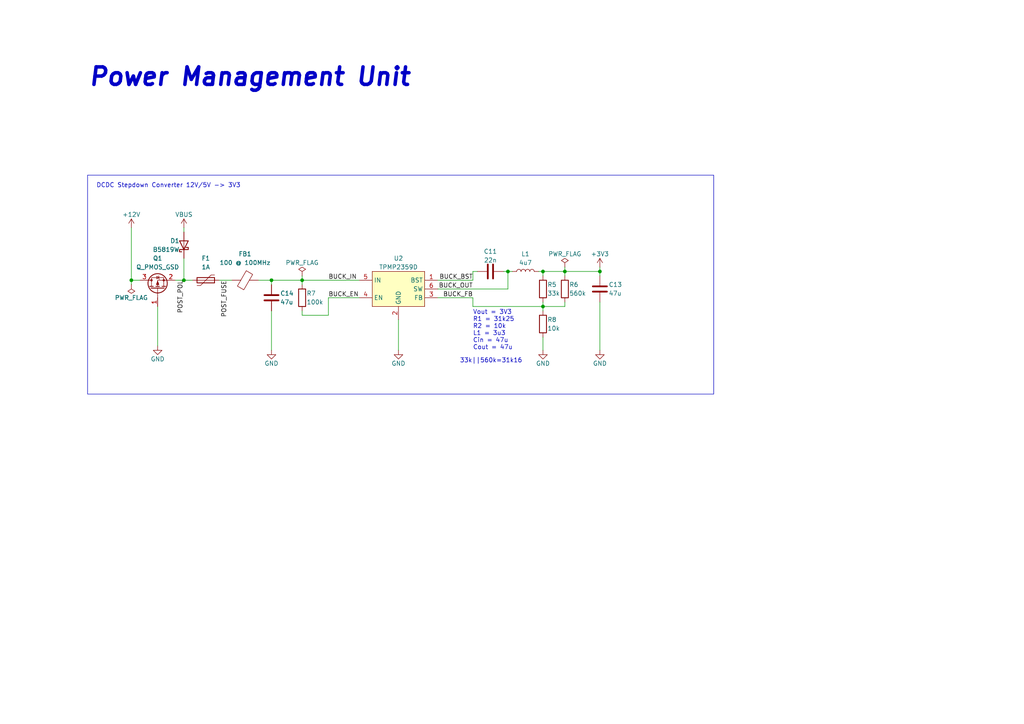
<source format=kicad_sch>
(kicad_sch (version 20230121) (generator eeschema)
  (paper "A4")
  (title_block (title "Power Management Unit") (date "2023-08-02") (rev "R0") (company "s-grundner"))
  (lib_symbols
    (symbol "Device:C" (pin_numbers hide) (pin_names (offset 0.254))
      (property "Reference" "C" (at 0.635 2.54 0))
      (property "Value" "C" (at 0.635 -2.54 0))
      (symbol "C_0_1"
        (polyline (pts (xy -2.032 -0.762) (xy 2.032 -0.762)) (stroke (width 0.508)))
        (polyline (pts (xy -2.032 0.762) (xy 2.032 0.762)) (stroke (width 0.508)))
      )
      (symbol "C_1_1"
        (pin passive line (at 0 3.81 270) (length 2.794) (name "~") (number "1"))
        (pin passive line (at 0 -3.81 90) (length 2.794) (name "~") (number "2"))
      )
    )
    (symbol "Device:D_Schottky" (pin_numbers hide) (pin_names (offset 1.016) hide)
      (property "Reference" "D" (at 0 2.54 0))
      (property "Value" "D_Schottky" (at 0 -2.54 0))
      (symbol "D_Schottky_0_1"
        (polyline (pts (xy 1.27 0) (xy -1.27 0)))
        (polyline (pts (xy 1.27 1.27) (xy 1.27 -1.27) (xy -1.27 0) (xy 1.27 1.27)) (stroke (width 0.254)))
        (polyline (pts (xy -1.905 0.635) (xy -1.905 1.27) (xy -1.27 1.27) (xy -1.27 -1.27) (xy -0.635 -1.27) (xy -0.635 -0.635)) (stroke (width 0.254)))
      )
      (symbol "D_Schottky_1_1"
        (pin passive line (at -3.81 0 0) (length 2.54) (name "K") (number "1"))
        (pin passive line (at 3.81 0 180) (length 2.54) (name "A") (number "2"))
      )
    )
    (symbol "Device:FerriteBead" (pin_numbers hide) (pin_names (offset 0))
      (property "Reference" "FB" (at -3.81 0.635 90))
      (property "Value" "FerriteBead" (at 3.81 0 90))
      (symbol "FerriteBead_0_1"
        (polyline (pts (xy 0 -1.27) (xy 0 -1.2192)))
        (polyline (pts (xy 0 1.27) (xy 0 1.2954)))
        (polyline (pts (xy -2.7686 0.4064) (xy -1.7018 2.2606) (xy 2.7686 -0.3048) (xy 1.6764 -2.159) (xy -2.7686 0.4064)))
      )
      (symbol "FerriteBead_1_1"
        (pin passive line (at 0 3.81 270) (length 2.54) (name "~") (number "1"))
        (pin passive line (at 0 -3.81 90) (length 2.54) (name "~") (number "2"))
      )
    )
    (symbol "Device:L" (pin_numbers hide) (pin_names (offset 1.016) hide)
      (property "Reference" "L" (at -1.27 0 90))
      (property "Value" "L" (at 1.905 0 90))
      (symbol "L_0_1"
        (arc (start 0 -2.54) (mid 0.6323 -1.905) (end 0 -1.27))
        (arc (start 0 -1.27) (mid 0.6323 -0.635) (end 0 0))
        (arc (start 0 0) (mid 0.6323 0.635) (end 0 1.27))
        (arc (start 0 1.27) (mid 0.6323 1.905) (end 0 2.54))
      )
      (symbol "L_1_1"
        (pin passive line (at 0 3.81 270) (length 1.27) (name "1") (number "1"))
        (pin passive line (at 0 -3.81 90) (length 1.27) (name "2") (number "2"))
      )
    )
    (symbol "Device:Polyfuse" (pin_numbers hide) (pin_names (offset 0))
      (property "Reference" "F" (at -2.54 0 90))
      (property "Value" "Polyfuse" (at 2.54 0 90))
      (symbol "Polyfuse_0_1"
        (rectangle (start -0.762 2.54) (end 0.762 -2.54) (stroke (width 0.254)))
        (polyline (pts (xy 0 2.54) (xy 0 -2.54)))
        (polyline (pts (xy -1.524 2.54) (xy -1.524 1.524) (xy 1.524 -1.524) (xy 1.524 -2.54)))
      )
      (symbol "Polyfuse_1_1"
        (pin passive line (at 0 3.81 270) (length 1.27) (name "~") (number "1"))
        (pin passive line (at 0 -3.81 90) (length 1.27) (name "~") (number "2"))
      )
    )
    (symbol "Device:Q_PMOS_GSD" (pin_names (offset 0) hide)
      (property "Reference" "Q" (at 5.08 1.27 0))
      (property "Value" "Q_PMOS_GSD" (at 5.08 -1.27 0))
      (symbol "Q_PMOS_GSD_0_1"
        (polyline (pts (xy 0.254 0) (xy -2.54 0)))
        (polyline (pts (xy 0.254 1.905) (xy 0.254 -1.905)) (stroke (width 0.254)))
        (polyline (pts (xy 0.762 -1.27) (xy 0.762 -2.286)) (stroke (width 0.254)))
        (polyline (pts (xy 0.762 0.508) (xy 0.762 -0.508)) (stroke (width 0.254)))
        (polyline (pts (xy 0.762 2.286) (xy 0.762 1.27)) (stroke (width 0.254)))
        (polyline (pts (xy 2.54 2.54) (xy 2.54 1.778)))
        (polyline (pts (xy 2.54 -2.54) (xy 2.54 0) (xy 0.762 0)))
        (polyline (pts (xy 0.762 1.778) (xy 3.302 1.778) (xy 3.302 -1.778) (xy 0.762 -1.778)))
        (polyline (pts (xy 2.286 0) (xy 1.27 0.381) (xy 1.27 -0.381) (xy 2.286 0)) (fill (type outline)))
        (polyline (pts (xy 2.794 -0.508) (xy 2.921 -0.381) (xy 3.683 -0.381) (xy 3.81 -0.254)))
        (polyline (pts (xy 3.302 -0.381) (xy 2.921 0.254) (xy 3.683 0.254) (xy 3.302 -0.381)))
        (circle (center 1.651 0) (radius 2.794) (stroke (width 0.254)))
        (circle (center 2.54 -1.778) (radius 0.254) (fill (type outline)))
        (circle (center 2.54 1.778) (radius 0.254) (fill (type outline)))
      )
      (symbol "Q_PMOS_GSD_1_1"
        (pin input line (at -5.08 0 0) (length 2.54) (name "G") (number "1"))
        (pin passive line (at 2.54 -5.08 90) (length 2.54) (name "S") (number "2"))
        (pin passive line (at 2.54 5.08 270) (length 2.54) (name "D") (number "3"))
      )
    )
    (symbol "Device:R" (pin_numbers hide) (pin_names (offset 0))
      (property "Reference" "R" (at 2.032 0 90))
      (property "Value" "R" (at 0 0 90))
      (symbol "R_0_1"
        (rectangle (start -1.016 -2.54) (end 1.016 2.54) (stroke (width 0.254)))
      )
      (symbol "R_1_1"
        (pin passive line (at 0 3.81 270) (length 1.27) (name "~") (number "1"))
        (pin passive line (at 0 -3.81 90) (length 1.27) (name "~") (number "2"))
      )
    )
    (symbol "Regulator_Switching:TPMP2359"
      (property "Reference" "U" (at 1.27 1.27 0))
      (symbol "TPMP2359_1_1"
        (rectangle (start 0 0) (end 15.24 -10.16) (fill (type background)))
        (pin passive line (at 19.05 -2.54 180) (length 3.81) (name "BST") (number "1"))
        (pin passive line (at 7.62 -13.97 90) (length 3.81) (name "GND") (number "2"))
        (pin passive line (at 19.05 -7.62 180) (length 3.81) (name "FB") (number "3"))
        (pin passive line (at -3.81 -7.62 0) (length 3.81) (name "EN") (number "4"))
        (pin passive line (at -3.81 -2.54 0) (length 3.81) (name "IN") (number "5"))
        (pin passive line (at 19.05 -5.08 180) (length 3.81) (name "SW") (number "6"))
      )
    )
    (symbol "power:+12V" (power) (pin_names (offset 0))
      (property "Value" "+12V" (at 0 3.556 0))
      (symbol "+12V_0_1"
        (polyline (pts (xy -0.762 1.27) (xy 0 2.54)))
        (polyline (pts (xy 0 0) (xy 0 2.54)))
        (polyline (pts (xy 0 2.54) (xy 0.762 1.27)))
      )
      (symbol "+12V_1_1"
        (pin power_in line (at 0 0 90) (length 0) hide (name "+12V") (number "1"))
      )
    )
    (symbol "power:+3V3" (power) (pin_names (offset 0))
      (property "Value" "+3V3" (at 0 3.556 0))
      (symbol "+3V3_0_1"
        (polyline (pts (xy -0.762 1.27) (xy 0 2.54)))
        (polyline (pts (xy 0 0) (xy 0 2.54)))
        (polyline (pts (xy 0 2.54) (xy 0.762 1.27)))
      )
      (symbol "+3V3_1_1"
        (pin power_in line (at 0 0 90) (length 0) hide (name "+3V3") (number "1"))
      )
    )
    (symbol "power:GND" (power) (pin_names (offset 0))
      (property "Value" "GND" (at 0 -3.81 0))
      (symbol "GND_0_1"
        (polyline (pts (xy 0 0) (xy 0 -1.27) (xy 1.27 -1.27) (xy 0 -2.54) (xy -1.27 -1.27) (xy 0 -1.27)))
      )
      (symbol "GND_1_1"
        (pin power_in line (at 0 0 270) (length 0) hide (name "GND") (number "1"))
      )
    )
    (symbol "power:PWR_FLAG" (power) (pin_numbers hide) (pin_names (offset 0) hide)
      (property "Value" "PWR_FLAG" (at 0 3.81 0))
      (symbol "PWR_FLAG_0_0"
        (pin power_out line (at 0 0 90) (length 0) (name "pwr") (number "1"))
      )
      (symbol "PWR_FLAG_0_1"
        (polyline (pts (xy 0 0) (xy 0 1.27) (xy -1.016 1.905) (xy 0 2.54) (xy 1.016 1.905) (xy 0 1.27)))
      )
    )
    (symbol "power:VBUS" (power) (pin_names (offset 0))
      (property "Value" "VBUS" (at 0 3.81 0))
      (symbol "VBUS_0_1"
        (polyline (pts (xy -0.762 1.27) (xy 0 2.54)))
        (polyline (pts (xy 0 0) (xy 0 2.54)))
        (polyline (pts (xy 0 2.54) (xy 0.762 1.27)))
      )
      (symbol "VBUS_1_1"
        (pin power_in line (at 0 0 90) (length 0) hide (name "VBUS") (number "1"))
      )
    )
  )
  (junction (at 38.1 81.28))
  (junction (at 173.99 78.74))
  (junction (at 163.83 78.74))
  (junction (at 157.48 78.74))
  (junction (at 157.48 88.9))
  (junction (at 53.34 81.28))
  (junction (at 147.32 78.74))
  (junction (at 87.63 81.28))
  (junction (at 78.74 81.28))
  (wire (pts (xy 45.72 88.9) (xy 45.72 100.33)))
  (wire (pts (xy 74.93 81.28) (xy 78.74 81.28)))
  (wire (pts (xy 87.63 90.17) (xy 87.63 91.44)))
  (wire (pts (xy 137.16 88.9) (xy 137.16 86.36)))
  (wire (pts (xy 127 86.36) (xy 137.16 86.36)))
  (wire (pts (xy 163.83 77.47) (xy 163.83 78.74)))
  (wire (pts (xy 38.1 81.28) (xy 38.1 82.55)))
  (wire (pts (xy 78.74 82.55) (xy 78.74 81.28)))
  (wire (pts (xy 137.16 78.74) (xy 138.43 78.74)))
  (wire (pts (xy 163.83 78.74) (xy 163.83 80.01)))
  (wire (pts (xy 163.83 78.74) (xy 173.99 78.74)))
  (wire (pts (xy 87.63 80.01) (xy 87.63 81.28)))
  (wire (pts (xy 157.48 87.63) (xy 157.48 88.9)))
  (wire (pts (xy 147.32 78.74) (xy 147.32 83.82)))
  (wire (pts (xy 147.32 78.74) (xy 148.59 78.74)))
  (wire (pts (xy 157.48 78.74) (xy 163.83 78.74)))
  (wire (pts (xy 127 83.82) (xy 147.32 83.82)))
  (wire (pts (xy 63.5 81.28) (xy 67.31 81.28)))
  (wire (pts (xy 95.25 86.36) (xy 104.14 86.36)))
  (wire (pts (xy 157.48 88.9) (xy 137.16 88.9)))
  (wire (pts (xy 173.99 87.63) (xy 173.99 101.6)))
  (wire (pts (xy 53.34 74.93) (xy 53.34 81.28)))
  (wire (pts (xy 53.34 66.04) (xy 53.34 67.31)))
  (wire (pts (xy 173.99 77.47) (xy 173.99 78.74)))
  (wire (pts (xy 50.8 81.28) (xy 53.34 81.28)))
  (wire (pts (xy 53.34 81.28) (xy 55.88 81.28)))
  (wire (pts (xy 156.21 78.74) (xy 157.48 78.74)))
  (wire (pts (xy 146.05 78.74) (xy 147.32 78.74)))
  (wire (pts (xy 137.16 78.74) (xy 137.16 81.28)))
  (wire (pts (xy 157.48 97.79) (xy 157.48 101.6)))
  (wire (pts (xy 38.1 66.04) (xy 38.1 81.28)))
  (wire (pts (xy 157.48 88.9) (xy 157.48 90.17)))
  (wire (pts (xy 78.74 81.28) (xy 87.63 81.28)))
  (wire (pts (xy 87.63 91.44) (xy 95.25 91.44)))
  (wire (pts (xy 163.83 87.63) (xy 163.83 88.9)))
  (wire (pts (xy 157.48 78.74) (xy 157.48 80.01)))
  (wire (pts (xy 38.1 81.28) (xy 40.64 81.28)))
  (wire (pts (xy 87.63 81.28) (xy 87.63 82.55)))
  (wire (pts (xy 157.48 88.9) (xy 163.83 88.9)))
  (wire (pts (xy 173.99 78.74) (xy 173.99 80.01)))
  (wire (pts (xy 95.25 91.44) (xy 95.25 86.36)))
  (wire (pts (xy 78.74 101.6) (xy 78.74 90.17)))
  (wire (pts (xy 87.63 81.28) (xy 104.14 81.28)))
  (wire (pts (xy 127 81.28) (xy 137.16 81.28)))
  (wire (pts (xy 115.57 101.6) (xy 115.57 92.71)))
  (rectangle (start 25.4 50.8) (end 207.01 114.3))
  (text "DCDC Stepdown Converter 12V/5V -> 3V3" (at 27.94 54.61 0) (effects (font (size 1.27 1.27)) (justify left bottom)))
  (text "33k||560k=31k16" (at 133.35 105.41 0) (effects (font (size 1.27 1.27)) (justify left bottom)))
  (text "Vout = 3V3\nR1 = 31k25\nR2 = 10k\nL1 = 3u3\nCin = 47u\nCout = 47u\n" (at 137.16 101.6 0) (effects (font (size 1.27 1.27)) (justify left bottom)))
  (text "Power Management Unit" (at 25.4 25.4 0) (effects (font (size 5.08 5.08) (thickness 1.016) bold italic) (justify left bottom)))
  (label "BUCK_OUT" (at 137.16 83.82 180))
  (label "POST_POL" (at 53.34 81.28 270))
  (label "BUCK_FB" (at 137.16 86.36 180))
  (label "BUCK_BST" (at 137.16 81.28 180))
  (label "BUCK_IN" (at 95.25 81.28 0))
  (label "POST_FUSE" (at 66.04 81.28 270))
  (label "BUCK_EN" (at 95.25 86.36 0))
  (symbol (lib_id "Regulator_Switching:TPMP2359") (at 107.95 78.74 0) (unit 1)
    (property "Reference" "U2" (at 115.57 74.93 0))
    (property "Value" "TPMP2359D" (at 115.57 77.47 0))
    (property "Footprint" "Package_TO_SOT_SMD:TSOT-23-6" (effects hide))
    (property "Datasheet" "https://datasheet.lcsc.com/lcsc/2201241030_TECH-PUBLIC-TPMP2359DJ_C2959845.pdf" (effects hide))
    (property "LCSC Part #" "C2959845" (effects hide))
  )
  (symbol (lib_id "power:GND") (at 115.57 101.6 0) (unit 1)
    (property "Reference" "#PWR019" (effects hide))
    (property "Value" "GND" (at 115.57 105.41 0))
  )
  (symbol (lib_id "power:+12V") (at 38.1 66.04 0) (unit 1)
    (property "Reference" "#PWR013" (effects hide))
    (property "Value" "+12V" (at 38.1 62.23 0))
  )
  (symbol (lib_id "Device:FerriteBead") (at 71.12 81.28 90) (unit 1)
    (property "Reference" "FB1" (at 71.0692 73.66 90))
    (property "Value" "100 @ 100MHz" (at 71.0692 76.2 90))
    (property "Footprint" "Inductor_SMD:L_0805_2012Metric" (effects hide))
    (property "Datasheet" "https://datasheet.lcsc.com/lcsc/2111221630_Sunlord-GZ2012D101TF_C1015.pdf" (effects hide))
    (property "LCSC Part #" "C1015" (effects hide))
  )
  (symbol (lib_id "power:PWR_FLAG") (at 163.83 77.47 0) (unit 1)
    (property "Reference" "#FLG01" (effects hide))
    (property "Value" "PWR_FLAG" (at 163.83 73.66 0))
  )
  (symbol (lib_id "Device:D_Schottky") (at 53.34 71.12 90) (unit 1)
    (property "Reference" "D1" (at 52.07 69.85 90) (effects (justify left)))
    (property "Value" "B5819W" (at 52.07 72.39 90) (effects (justify left)))
    (property "Footprint" "Diode_SMD:D_SOD-123" (effects hide))
    (property "Datasheet" "https://datasheet.lcsc.com/lcsc/2304140030_Jiangsu-Changjing-Electronics-Technology-Co---Ltd--B5819W-SL_C8598.pdf" (effects hide))
    (property "LCSC Part #" "C8598" (effects hide))
  )
  (symbol (lib_id "Device:Polyfuse") (at 59.69 81.28 90) (unit 1)
    (property "Reference" "F1" (at 59.69 74.93 90))
    (property "Value" "1A" (at 59.69 77.47 90))
    (property "Footprint" "Inductor_SMD:L_0805_2012Metric" (effects hide))
    (property "LCSC Part #" "C209741" (effects hide))
  )
  (symbol (lib_id "Device:C") (at 173.99 83.82 0) (unit 1)
    (property "Reference" "C13" (at 176.53 82.55 0) (effects (justify left)))
    (property "Value" "47u" (at 176.53 85.09 0) (effects (justify left)))
    (property "Footprint" "Capacitor_SMD:C_1206_3216Metric" (effects hide))
    (property "LCSC Part #" "C132148" (effects hide))
  )
  (symbol (lib_id "power:GND") (at 78.74 101.6 0) (unit 1)
    (property "Reference" "#PWR017" (effects hide))
    (property "Value" "GND" (at 78.74 105.41 0))
  )
  (symbol (lib_id "Device:L") (at 152.4 78.74 90) (unit 1)
    (property "Reference" "L1" (at 152.4 73.66 90))
    (property "Value" "4u7" (at 152.4 76.2 90))
    (property "Footprint" "Inductor_SMD:L_7.3x7.3_H4.5" (effects hide))
    (property "Datasheet" "https://datasheet.lcsc.com/lcsc/2304140030_Sunltech-Tech-SLH0704S3R3MTT_C216194.pdf" (effects hide))
    (property "LCSC Part #" "C182156" (effects hide))
  )
  (symbol (lib_id "power:+3V3") (at 173.99 77.47 0) (unit 1)
    (property "Reference" "#PWR015" (effects hide))
    (property "Value" "+3V3" (at 173.99 73.66 0))
  )
  (symbol (lib_id "Device:R") (at 87.63 86.36 0) (unit 1)
    (property "Reference" "R7" (at 88.9 85.09 0) (effects (justify left)))
    (property "Value" "100k" (at 88.9 87.63 0) (effects (justify left)))
    (property "Footprint" "Resistor_SMD:R_0402_1005Metric" (effects hide))
    (property "LCSC Part #" "C25741" (effects hide))
  )
  (symbol (lib_id "Device:R") (at 157.48 83.82 0) (unit 1)
    (property "Reference" "R5" (at 158.75 82.55 0) (effects (justify left)))
    (property "Value" "33k" (at 158.75 85.09 0) (effects (justify left)))
    (property "Footprint" "Resistor_SMD:R_0402_1005Metric" (effects hide))
    (property "LCSC Part #" "C25779" (effects hide))
  )
  (symbol (lib_id "Device:R") (at 157.48 93.98 0) (unit 1)
    (property "Reference" "R8" (at 158.75 92.71 0) (effects (justify left)))
    (property "Value" "10k" (at 158.75 95.25 0) (effects (justify left)))
    (property "Footprint" "Resistor_SMD:R_0402_1005Metric" (effects hide))
    (property "LCSC Part #" "C25744" (effects hide))
  )
  (symbol (lib_id "power:PWR_FLAG") (at 87.63 80.01 0) (unit 1)
    (property "Reference" "#FLG03" (effects hide))
    (property "Value" "PWR_FLAG" (at 87.63 76.2 0))
  )
  (symbol (lib_id "power:VBUS") (at 53.34 66.04 0) (unit 1)
    (property "Reference" "#PWR014" (effects hide))
    (property "Value" "VBUS" (at 53.34 62.23 0))
  )
  (symbol (lib_id "power:PWR_FLAG") (at 38.1 82.55 180) (unit 1)
    (property "Reference" "#FLG02" (effects hide))
    (property "Value" "PWR_FLAG" (at 38.1 86.36 0))
  )
  (symbol (lib_id "Device:Q_PMOS_GSD") (at 45.72 83.82 90) (unit 1)
    (property "Reference" "Q1" (at 45.72 74.93 90))
    (property "Value" "Q_PMOS_GSD" (at 45.72 77.47 90))
    (property "Footprint" "Package_TO_SOT_SMD:TSOT-23" (effects hide))
    (property "Datasheet" "https://datasheet.lcsc.com/lcsc/1810171817_Alpha---Omega-Semicon-AO3401A_C15127.pdf" (effects hide))
    (property "LCSC Part #" "C15127" (effects hide))
  )
  (symbol (lib_id "power:GND") (at 45.72 100.33 0) (unit 1)
    (property "Reference" "#PWR016" (effects hide))
    (property "Value" "GND" (at 45.72 104.14 0))
  )
  (symbol (lib_id "Device:C") (at 78.74 86.36 0) (unit 1)
    (property "Reference" "C14" (at 81.28 85.09 0) (effects (justify left)))
    (property "Value" "47u" (at 81.28 87.63 0) (effects (justify left)))
    (property "Footprint" "Capacitor_SMD:C_1206_3216Metric" (effects hide))
    (property "LCSC Part #" "C132148" (effects hide))
  )
  (symbol (lib_id "Device:R") (at 163.83 83.82 0) (unit 1)
    (property "Reference" "R6" (at 165.1 82.55 0) (effects (justify left)))
    (property "Value" "560k" (at 165.1 85.09 0) (effects (justify left)))
    (property "Footprint" "Resistor_SMD:R_0603_1608Metric" (effects hide))
    (property "LCSC Part #" "C23203" (effects hide))
  )
  (symbol (lib_id "Device:C") (at 142.24 78.74 90) (unit 1)
    (property "Reference" "C11" (at 142.24 73.66 90) (effects (justify top)))
    (property "Value" "22n" (at 142.24 76.2 90) (effects (justify top)))
    (property "Footprint" "Capacitor_SMD:C_0402_1005Metric" (effects hide))
  )
  (symbol (lib_id "power:GND") (at 157.48 101.6 0) (unit 1)
    (property "Reference" "#PWR020" (effects hide))
    (property "Value" "GND" (at 157.48 105.41 0))
  )
  (symbol (lib_id "power:GND") (at 173.99 101.6 0) (unit 1)
    (property "Reference" "#PWR021" (effects hide))
    (property "Value" "GND" (at 173.99 105.41 0))
  )
)
</source>
